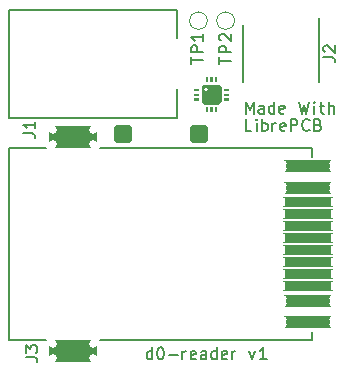
<source format=gbr>
G04 --- HEADER BEGIN --- *
G04 #@! TF.GenerationSoftware,LibrePCB,LibrePCB,1.0.1-unstable*
G04 #@! TF.CreationDate,2023-09-17T23:29:36*
G04 #@! TF.ProjectId,d0-reader,9220702f-a48e-4216-8865-87f6ea8ca353,v1*
G04 #@! TF.Part,Single*
G04 #@! TF.SameCoordinates*
G04 #@! TF.FileFunction,Legend,Top*
G04 #@! TF.FilePolarity,Positive*
%FSLAX66Y66*%
%MOMM*%
G01*
G75*
G04 --- HEADER END --- *
G04 --- APERTURE LIST BEGIN --- *
%ADD10C,0.2*%
%ADD11C,0.01*%
%ADD12C,0.1*%
%AMROUNDEDRECT13*20,1,1.6,-0.7,0.0,0.7,0.0,0.0*20,1,1.4,-0.8,0.0,0.8,0.0,0.0*1,1,0.2,-0.7,0.7*1,1,0.2,0.7,0.7*1,1,0.2,0.7,-0.7*1,1,0.2,-0.7,-0.7*%
%ADD13ROUNDEDRECT13*%
%ADD14C,1.6*%
%AMROUNDEDRECT15*20,1,0.96,-1.01,0.0,1.01,0.0,90.0*20,1,0.38,-1.3,0.0,1.3,0.0,90.0*1,1,0.58,-0.19,-1.01*1,1,0.58,-0.19,1.01*1,1,0.58,0.19,1.01*1,1,0.58,0.19,-1.01*%
%ADD15ROUNDEDRECT15*%
%ADD16C,1.2*%
%ADD17O,2.2X4.3*%
%AMROUNDEDRECT18*20,1,1.01,-2.0975,0.0,2.0975,0.0,0.0*20,1,0.405,-2.4,0.0,2.4,0.0,0.0*1,1,0.605,-2.0975,0.2025*1,1,0.605,2.0975,0.2025*1,1,0.605,2.0975,-0.2025*1,1,0.605,-2.0975,-0.2025*%
%ADD18ROUNDEDRECT18*%
%AMROUNDEDRECT19*20,1,0.81,-2.1475,0.0,2.1475,0.0,0.0*20,1,0.305,-2.4,0.0,2.4,0.0,0.0*1,1,0.505,-2.1475,0.1525*1,1,0.505,2.1475,0.1525*1,1,0.505,2.1475,-0.1525*1,1,0.505,-2.1475,-0.1525*%
%ADD19ROUNDEDRECT19*%
%AMROUNDEDRECT20*20,1,1.9,-1.7035,0.0,1.7035,0.0,0.0*20,1,1.207,-2.05,0.0,2.05,0.0,0.0*1,1,0.693,-1.7035,0.6035*1,1,0.693,1.7035,0.6035*1,1,0.693,1.7035,-0.6035*1,1,0.693,-1.7035,-0.6035*%
%ADD20ROUNDEDRECT20*%
%ADD21C,3.45*%
G04 --- APERTURE LIST END --- *
G04 --- BOARD BEGIN --- *
D10*
G04 #@! TO.C,J2*
X12090000Y9856250D02*
X12090000Y4396250D01*
X5690000Y4396250D02*
X5690000Y9256250D01*
X12484375Y6507361D02*
X13198819Y6507361D01*
X13341042Y6459583D01*
X13436597Y6364028D01*
X13484375Y6221806D01*
X13484375Y6126250D01*
X12579931Y6955139D02*
X12532153Y7002917D01*
X12484375Y7097361D01*
X12484375Y7336250D01*
X12532153Y7430694D01*
X12579931Y7478472D01*
X12674375Y7526250D01*
X12769931Y7526250D01*
X12913264Y7478472D01*
X13484375Y6907361D01*
X13484375Y7526250D01*
D11*
G04 #@! TO.C,LOGO1*
G36*
X4076250Y3033750D02*
X4496250Y3033750D01*
X4496250Y2833750D01*
X4076250Y2833750D01*
X4076250Y3033750D01*
G37*
G36*
X2916250Y4393750D02*
X3116250Y4393750D01*
X3116250Y4813750D01*
X2916250Y4813750D01*
X2916250Y4393750D01*
G37*
G36*
X2516250Y4393750D02*
X2716250Y4393750D01*
X2716250Y4813750D01*
X2516250Y4813750D01*
X2516250Y4393750D01*
G37*
G36*
X1956250Y3833750D02*
X1536250Y3833750D01*
X1536250Y3633750D01*
X1956250Y3633750D01*
X1956250Y3833750D01*
G37*
G36*
X2916250Y2273750D02*
X3116250Y2273750D01*
X3116250Y1853750D01*
X2916250Y1853750D01*
X2916250Y2273750D01*
G37*
G36*
X2381250Y4180750D02*
X3651250Y4180750D01*
G02*
X3863250Y3968750I0J-212000D01*
G01*
X3863250Y2698750D01*
G02*
X3651250Y2486750I-212000J0D01*
G01*
X2381250Y2486750D01*
G02*
X2169250Y2698750I0J212000D01*
G01*
X2169250Y3798750D01*
X2384250Y3798750D01*
G03*
X2551250Y3631750I167000J0D01*
G01*
G03*
X2718250Y3798750I0J167000D01*
G01*
G03*
X2551250Y3965750I-167000J0D01*
G01*
G03*
X2384250Y3798750I0J-167000D01*
G01*
X2169250Y3798750D01*
X2169250Y3968750D01*
G02*
X2381250Y4180750I212000J0D01*
G01*
G37*
G36*
X4076250Y3833750D02*
X4496250Y3833750D01*
X4496250Y3633750D01*
X4076250Y3633750D01*
X4076250Y3833750D01*
G37*
G36*
X3316250Y4393750D02*
X3516250Y4393750D01*
X3516250Y4813750D01*
X3316250Y4813750D01*
X3316250Y4393750D01*
G37*
G36*
X1956250Y3433750D02*
X1536250Y3433750D01*
X1536250Y3233750D01*
X1956250Y3233750D01*
X1956250Y3433750D01*
G37*
G36*
X2516250Y2273750D02*
X2716250Y2273750D01*
X2716250Y1853750D01*
X2516250Y1853750D01*
X2516250Y2273750D01*
G37*
G36*
X1956250Y3033750D02*
X1536250Y3033750D01*
X1536250Y2833750D01*
X1956250Y2833750D01*
X1956250Y3033750D01*
G37*
G36*
X3316250Y2273750D02*
X3516250Y2273750D01*
X3516250Y1853750D01*
X3316250Y1853750D01*
X3316250Y2273750D01*
G37*
G36*
X4076250Y3433750D02*
X4496250Y3433750D01*
X4496250Y3233750D01*
X4076250Y3233750D01*
X4076250Y3433750D01*
G37*
D10*
X5910000Y1748125D02*
X5910000Y2748125D01*
X6243333Y2033681D01*
X6576667Y2748125D01*
X6576667Y1748125D01*
X7453334Y1748125D02*
X7453334Y2271458D01*
X7405556Y2367014D01*
X7310000Y2414792D01*
X7120000Y2414792D01*
X7024445Y2367014D01*
X7453334Y1795903D02*
X7357778Y1748125D01*
X7120000Y1748125D01*
X7024445Y1795903D01*
X6976667Y1891458D01*
X6976667Y1985903D01*
X7024445Y2081458D01*
X7120000Y2129236D01*
X7357778Y2129236D01*
X7453334Y2177014D01*
X8330001Y1748125D02*
X8330001Y2748125D01*
X8330001Y1795903D02*
X8234445Y1748125D01*
X8043334Y1748125D01*
X7948890Y1795903D01*
X7901112Y1843681D01*
X7853334Y1938125D01*
X7853334Y2224792D01*
X7901112Y2319236D01*
X7948890Y2367014D01*
X8043334Y2414792D01*
X8234445Y2414792D01*
X8330001Y2367014D01*
X9158890Y1795903D02*
X9063334Y1748125D01*
X8873334Y1748125D01*
X8777779Y1795903D01*
X8730001Y1891458D01*
X8730001Y2271458D01*
X8777779Y2367014D01*
X8873334Y2414792D01*
X9063334Y2414792D01*
X9158890Y2367014D01*
X9206668Y2271458D01*
X9206668Y2177014D01*
X8730001Y2081458D01*
X10406667Y2748125D02*
X10644445Y1748125D01*
X10835556Y2462569D01*
X11025556Y1748125D01*
X11263334Y2748125D01*
X11711112Y1748125D02*
X11711112Y2414792D01*
X11711112Y2748125D02*
X11663334Y2700347D01*
X11711112Y2652569D01*
X11758890Y2700347D01*
X11711112Y2748125D01*
X11711112Y2652569D01*
X12158890Y2414792D02*
X12540001Y2414792D01*
X12302223Y2748125D02*
X12302223Y1891458D01*
X12348890Y1795903D01*
X12444446Y1748125D01*
X12540001Y1748125D01*
X12940001Y1748125D02*
X12940001Y2748125D01*
X13368890Y1748125D02*
X13368890Y2271458D01*
X13321112Y2367014D01*
X13225557Y2414792D01*
X13083334Y2414792D01*
X12987779Y2367014D01*
X12940001Y2319236D01*
X6386667Y268125D02*
X5910000Y268125D01*
X5910000Y1268125D01*
X6834445Y268125D02*
X6834445Y934792D01*
X6834445Y1268125D02*
X6786667Y1220347D01*
X6834445Y1172569D01*
X6882223Y1220347D01*
X6834445Y1268125D01*
X6834445Y1172569D01*
X7282223Y268125D02*
X7282223Y1268125D01*
X7282223Y887014D02*
X7377779Y934792D01*
X7567779Y934792D01*
X7663334Y887014D01*
X7711112Y839236D01*
X7758890Y744792D01*
X7758890Y458125D01*
X7711112Y363681D01*
X7663334Y315903D01*
X7567779Y268125D01*
X7377779Y268125D01*
X7282223Y315903D01*
X8158890Y268125D02*
X8158890Y934792D01*
X8158890Y744792D02*
X8206668Y839236D01*
X8254446Y887014D01*
X8348890Y934792D01*
X8444446Y934792D01*
X9273335Y315903D02*
X9177779Y268125D01*
X8987779Y268125D01*
X8892224Y315903D01*
X8844446Y411458D01*
X8844446Y791458D01*
X8892224Y887014D01*
X8987779Y934792D01*
X9177779Y934792D01*
X9273335Y887014D01*
X9321113Y791458D01*
X9321113Y697014D01*
X8844446Y601458D01*
X9721113Y268125D02*
X9721113Y1268125D01*
X10102224Y1268125D01*
X10197780Y1220347D01*
X10244446Y1172569D01*
X10292224Y1078125D01*
X10292224Y934792D01*
X10244446Y839236D01*
X10197780Y791458D01*
X10102224Y744792D01*
X9721113Y744792D01*
X11311113Y363681D02*
X11263335Y315903D01*
X11121113Y268125D01*
X11025557Y268125D01*
X10882224Y315903D01*
X10787780Y411458D01*
X10740002Y505903D01*
X10692224Y697014D01*
X10692224Y839236D01*
X10740002Y1030347D01*
X10787780Y1124792D01*
X10882224Y1220347D01*
X11025557Y1268125D01*
X11121113Y1268125D01*
X11263335Y1220347D01*
X11311113Y1172569D01*
X12044446Y791458D02*
X12187780Y744792D01*
X12234446Y697014D01*
X12282224Y601458D01*
X12282224Y458125D01*
X12234446Y363681D01*
X12187780Y315903D01*
X12092224Y268125D01*
X11711113Y268125D01*
X11711113Y1268125D01*
X12044446Y1268125D01*
X12140002Y1220347D01*
X12187780Y1172569D01*
X12234446Y1078125D01*
X12234446Y982569D01*
X12187780Y887014D01*
X12140002Y839236D01*
X12044446Y791458D01*
X11711113Y791458D01*
D12*
G04 #@! TO.C,TP1*
X2655000Y9604375D02*
G02*
X1155000Y9604375I-750000J0D01*
G01*
G02*
X2655000Y9604375I750000J0D01*
G01*
D10*
X1301875Y5966459D02*
X1301875Y6537570D01*
X2301875Y6252015D02*
X1301875Y6252015D01*
X2301875Y6937570D02*
X1301875Y6937570D01*
X1301875Y7318681D01*
X1349653Y7414237D01*
X1397431Y7460903D01*
X1491875Y7508681D01*
X1635208Y7508681D01*
X1730764Y7460903D01*
X1778542Y7414237D01*
X1825208Y7318681D01*
X1825208Y6937570D01*
X2301875Y8479792D02*
X2301875Y7908681D01*
X2301875Y8194237D02*
X1301875Y8194237D01*
X1445208Y8098681D01*
X1539653Y8004237D01*
X1587431Y7908681D01*
G04 #@! TO.C,J1*
X100000Y1390000D02*
X-14100000Y1390000D01*
X-14100000Y10490000D01*
X100000Y10490000D01*
X100000Y1390000D01*
X-12921250Y88750D02*
X-12206806Y88750D01*
X-12064583Y40972D01*
X-11969028Y-54583D01*
X-11921250Y-196805D01*
X-11921250Y-292361D01*
X-11921250Y1059861D02*
X-11921250Y488750D01*
X-11921250Y774306D02*
X-12921250Y774306D01*
X-12777917Y678750D01*
X-12683472Y584306D01*
X-12635694Y488750D01*
D12*
G04 #@! TO.C,TP2*
X4956875Y9604375D02*
G02*
X3456875Y9604375I-750000J0D01*
G01*
G02*
X4956875Y9604375I750000J0D01*
G01*
D10*
X3683125Y5942570D02*
X3683125Y6513681D01*
X4683125Y6228126D02*
X3683125Y6228126D01*
X4683125Y6913681D02*
X3683125Y6913681D01*
X3683125Y7294792D01*
X3730903Y7390348D01*
X3778681Y7437014D01*
X3873125Y7484792D01*
X4016458Y7484792D01*
X4112014Y7437014D01*
X4159792Y7390348D01*
X4206458Y7294792D01*
X4206458Y6913681D01*
X3778681Y7932570D02*
X3730903Y7980348D01*
X3683125Y8074792D01*
X3683125Y8313681D01*
X3730903Y8408125D01*
X3778681Y8455903D01*
X3873125Y8503681D01*
X3968681Y8503681D01*
X4112014Y8455903D01*
X4683125Y7884792D01*
X4683125Y8503681D01*
G04 #@! TO.C,J3*
X11500000Y-1915000D02*
X11500000Y-1165000D01*
X-6400000Y-1165000D01*
X11500000Y-16715000D02*
X11500000Y-17465000D01*
X-6400000Y-17465000D01*
X-11000000Y-17465000D02*
X-14100000Y-17465000D01*
X-14100000Y-1165000D01*
X-11000000Y-1165000D01*
X-12730000Y-18906389D02*
X-12015556Y-18906389D01*
X-11873333Y-18954167D01*
X-11777778Y-19049722D01*
X-11730000Y-19191944D01*
X-11730000Y-19287500D01*
X-12730000Y-18506389D02*
X-12730000Y-17887500D01*
X-12348889Y-18220833D01*
X-12348889Y-18077500D01*
X-12301111Y-17983056D01*
X-12253333Y-17935278D01*
X-12158889Y-17887500D01*
X-11920000Y-17887500D01*
X-11825556Y-17935278D01*
X-11777778Y-17983056D01*
X-11730000Y-18077500D01*
X-11730000Y-18363056D01*
X-11777778Y-18458611D01*
X-11825556Y-18506389D01*
G04 #@! TD*
X-1983958Y-19050000D02*
X-1983958Y-18050000D01*
X-1983958Y-19002222D02*
X-2079514Y-19050000D01*
X-2270625Y-19050000D01*
X-2365069Y-19002222D01*
X-2412847Y-18954444D01*
X-2460625Y-18860000D01*
X-2460625Y-18573333D01*
X-2412847Y-18478889D01*
X-2365069Y-18431111D01*
X-2270625Y-18383333D01*
X-2079514Y-18383333D01*
X-1983958Y-18431111D01*
X-1346180Y-18050000D02*
X-1250625Y-18050000D01*
X-1155069Y-18097778D01*
X-1107291Y-18145556D01*
X-1060625Y-18240000D01*
X-1012847Y-18431111D01*
X-1012847Y-18668889D01*
X-1060625Y-18860000D01*
X-1107291Y-18954444D01*
X-1155069Y-19002222D01*
X-1250625Y-19050000D01*
X-1346180Y-19050000D01*
X-1440625Y-19002222D01*
X-1488402Y-18954444D01*
X-1536180Y-18860000D01*
X-1583958Y-18668889D01*
X-1583958Y-18431111D01*
X-1536180Y-18240000D01*
X-1488402Y-18145556D01*
X-1440625Y-18097778D01*
X-1346180Y-18050000D01*
X-612847Y-18668889D02*
X149375Y-18668889D01*
X549375Y-19050000D02*
X549375Y-18383333D01*
X549375Y-18573333D02*
X597153Y-18478889D01*
X644931Y-18431111D01*
X739375Y-18383333D01*
X834931Y-18383333D01*
X1663820Y-19002222D02*
X1568264Y-19050000D01*
X1378264Y-19050000D01*
X1282709Y-19002222D01*
X1234931Y-18906667D01*
X1234931Y-18526667D01*
X1282709Y-18431111D01*
X1378264Y-18383333D01*
X1568264Y-18383333D01*
X1663820Y-18431111D01*
X1711598Y-18526667D01*
X1711598Y-18621111D01*
X1234931Y-18716667D01*
X2588265Y-19050000D02*
X2588265Y-18526667D01*
X2540487Y-18431111D01*
X2444931Y-18383333D01*
X2254931Y-18383333D01*
X2159376Y-18431111D01*
X2588265Y-19002222D02*
X2492709Y-19050000D01*
X2254931Y-19050000D01*
X2159376Y-19002222D01*
X2111598Y-18906667D01*
X2111598Y-18812222D01*
X2159376Y-18716667D01*
X2254931Y-18668889D01*
X2492709Y-18668889D01*
X2588265Y-18621111D01*
X3464932Y-19050000D02*
X3464932Y-18050000D01*
X3464932Y-19002222D02*
X3369376Y-19050000D01*
X3178265Y-19050000D01*
X3083821Y-19002222D01*
X3036043Y-18954444D01*
X2988265Y-18860000D01*
X2988265Y-18573333D01*
X3036043Y-18478889D01*
X3083821Y-18431111D01*
X3178265Y-18383333D01*
X3369376Y-18383333D01*
X3464932Y-18431111D01*
X4293821Y-19002222D02*
X4198265Y-19050000D01*
X4008265Y-19050000D01*
X3912710Y-19002222D01*
X3864932Y-18906667D01*
X3864932Y-18526667D01*
X3912710Y-18431111D01*
X4008265Y-18383333D01*
X4198265Y-18383333D01*
X4293821Y-18431111D01*
X4341599Y-18526667D01*
X4341599Y-18621111D01*
X3864932Y-18716667D01*
X4741599Y-19050000D02*
X4741599Y-18383333D01*
X4741599Y-18573333D02*
X4789377Y-18478889D01*
X4837155Y-18431111D01*
X4931599Y-18383333D01*
X5027155Y-18383333D01*
X6227154Y-18383333D02*
X6464932Y-19050000D01*
X6703821Y-18383333D01*
X7674932Y-19050000D02*
X7103821Y-19050000D01*
X7389377Y-19050000D02*
X7389377Y-18050000D01*
X7293821Y-18193333D01*
X7199377Y-18287778D01*
X7103821Y-18335556D01*
%LPC*%
D13*
G04 #@! TO.C,T1*
X1980000Y0D03*
D14*
X4520000Y0D03*
D15*
G04 #@! TO.C,J2*
X8890000Y4871250D03*
X8890000Y8781250D03*
X6350000Y8781250D03*
X10160000Y8781250D03*
X6350000Y4871250D03*
X7620000Y4871250D03*
X7620000Y8781250D03*
X11430000Y8781250D03*
X11430000Y4871250D03*
X10160000Y4871250D03*
D16*
G04 #@! TO.C,TP1*
X1905000Y9604375D03*
D13*
G04 #@! TO.C,LED1*
X-4520000Y0D03*
D14*
X-1980000Y0D03*
D17*
G04 #@! TO.C,J1*
X-6500000Y5940000D03*
X-200000Y5940000D03*
D16*
G04 #@! TO.C,TP2*
X4206875Y9604375D03*
D18*
G04 #@! TO.C,J3*
X11200000Y-15925000D03*
D19*
X11200000Y-5745000D03*
X11200000Y-8805000D03*
X11200000Y-7785000D03*
D18*
X11200000Y-4545000D03*
D19*
X11200000Y-12885000D03*
D20*
X-8720000Y-18385000D03*
D19*
X11200000Y-9825000D03*
D18*
X11200000Y-14085000D03*
D19*
X11200000Y-6765000D03*
D20*
X-8720000Y-245000D03*
D18*
X11200000Y-2705000D03*
D19*
X11200000Y-11865000D03*
X11200000Y-10845000D03*
D21*
G04 #@! TD*
X-8720000Y-2965000D03*
X-8720000Y-15665000D03*
G04 --- BOARD END --- *
G04 #@! TF.MD5,aff6a64e18715a1d780c0e42f9e7177c*
M02*

</source>
